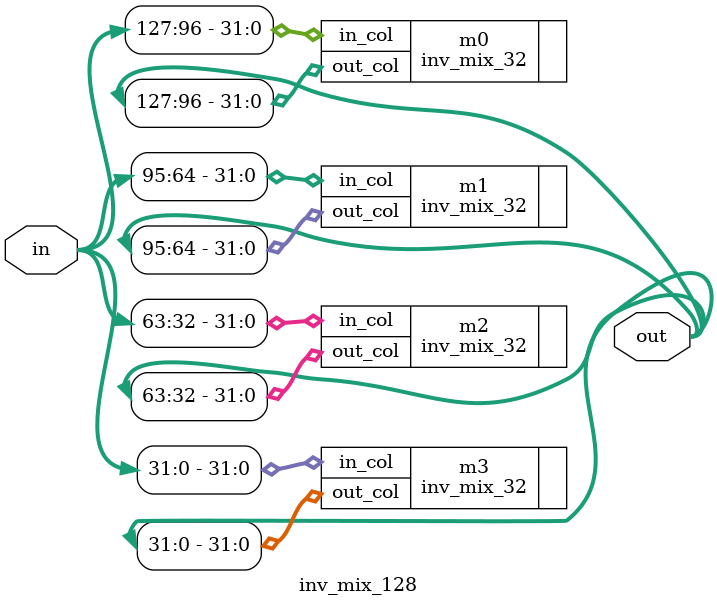
<source format=v>
module inv_mix_128 (
  input [127:0] in,
  output [127:0] out
);

inv_mix_32 m0(.in_col(in[127:96]), .out_col(out[127:96]));
inv_mix_32 m1(.in_col(in[95:64]), .out_col(out[95:64]));
inv_mix_32 m2(.in_col(in[63:32]), .out_col(out[63:32]));
inv_mix_32 m3(.in_col(in[31:0]), .out_col(out[31:0]));


endmodule
</source>
